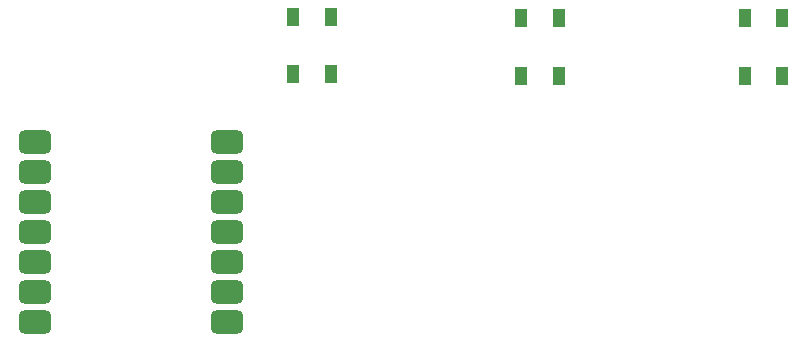
<source format=gtp>
%TF.GenerationSoftware,KiCad,Pcbnew,9.0.2*%
%TF.CreationDate,2025-06-30T21:14:53-05:00*%
%TF.ProjectId,starter,73746172-7465-4722-9e6b-696361645f70,rev?*%
%TF.SameCoordinates,Original*%
%TF.FileFunction,Paste,Top*%
%TF.FilePolarity,Positive*%
%FSLAX46Y46*%
G04 Gerber Fmt 4.6, Leading zero omitted, Abs format (unit mm)*
G04 Created by KiCad (PCBNEW 9.0.2) date 2025-06-30 21:14:53*
%MOMM*%
%LPD*%
G01*
G04 APERTURE LIST*
G04 Aperture macros list*
%AMRoundRect*
0 Rectangle with rounded corners*
0 $1 Rounding radius*
0 $2 $3 $4 $5 $6 $7 $8 $9 X,Y pos of 4 corners*
0 Add a 4 corners polygon primitive as box body*
4,1,4,$2,$3,$4,$5,$6,$7,$8,$9,$2,$3,0*
0 Add four circle primitives for the rounded corners*
1,1,$1+$1,$2,$3*
1,1,$1+$1,$4,$5*
1,1,$1+$1,$6,$7*
1,1,$1+$1,$8,$9*
0 Add four rect primitives between the rounded corners*
20,1,$1+$1,$2,$3,$4,$5,0*
20,1,$1+$1,$4,$5,$6,$7,0*
20,1,$1+$1,$6,$7,$8,$9,0*
20,1,$1+$1,$8,$9,$2,$3,0*%
G04 Aperture macros list end*
%ADD10R,1.000000X1.500000*%
%ADD11RoundRect,0.500000X0.875000X0.500000X-0.875000X0.500000X-0.875000X-0.500000X0.875000X-0.500000X0*%
G04 APERTURE END LIST*
D10*
%TO.C,D3*%
X135800000Y-72500000D03*
X139000000Y-72500000D03*
X139000000Y-67600000D03*
X135800000Y-67600000D03*
%TD*%
D11*
%TO.C,U1*%
X91960500Y-93308000D03*
X91960500Y-90768000D03*
X91960500Y-88228000D03*
X91960500Y-85688000D03*
X91960500Y-83148000D03*
X91960500Y-80608000D03*
X91960500Y-78068000D03*
X75760500Y-78068000D03*
X75760500Y-80608000D03*
X75760500Y-83148000D03*
X75760500Y-85688000D03*
X75760500Y-88228000D03*
X75760500Y-90768000D03*
X75760500Y-93308000D03*
%TD*%
D10*
%TO.C,D2*%
X116900000Y-72500000D03*
X120100000Y-72500000D03*
X120100000Y-67600000D03*
X116900000Y-67600000D03*
%TD*%
%TO.C,D1*%
X97600000Y-72350000D03*
X100800000Y-72350000D03*
X100800000Y-67450000D03*
X97600000Y-67450000D03*
%TD*%
M02*

</source>
